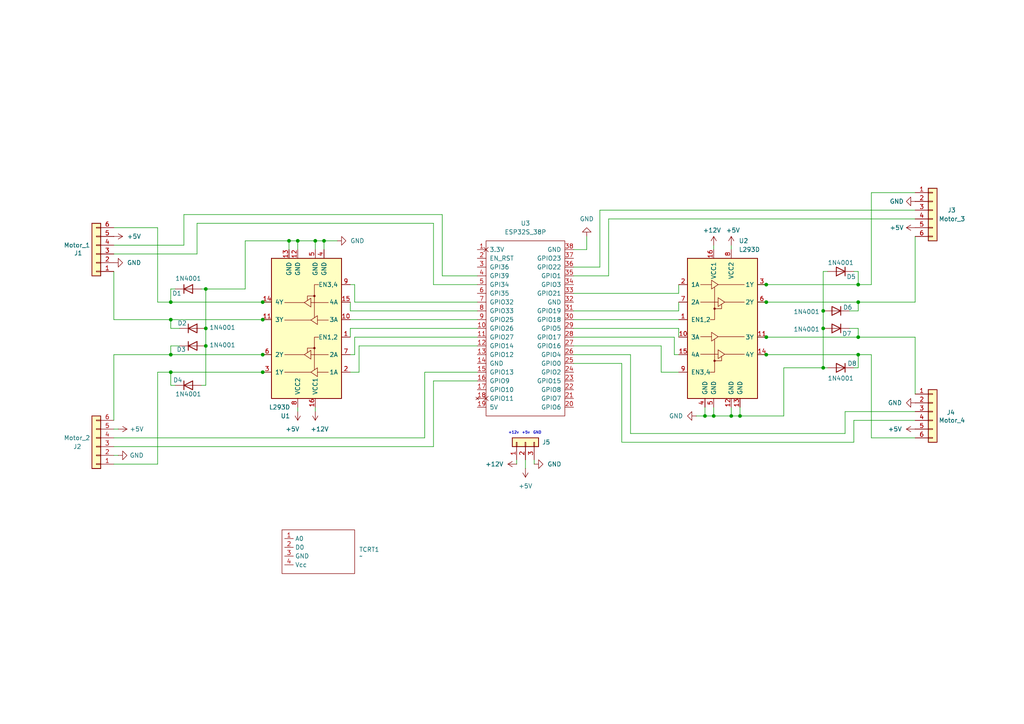
<source format=kicad_sch>
(kicad_sch (version 20250114) (generator "eeschema") (generator_version "9.0")
  (paper "A4")
  (lib_symbols
    (symbol "Connector_Generic:Conn_01x03" (pin_names (offset 1.016) (hide yes))
      (property "Reference" "J" (at 0 5.08 0))
      (property "Value" "Conn_01x03" (at 0 -5.08 0))
      (symbol "Conn_01x03_1_1"
        (rectangle (start -1.27 3.81) (end 1.27 -3.81) (stroke (width 0.254)) (fill (type background)))
        (rectangle (start -1.27 2.667) (end 0 2.413) (stroke (width 0.1524)))
        (rectangle (start -1.27 0.127) (end 0 -0.127) (stroke (width 0.1524)))
        (rectangle (start -1.27 -2.413) (end 0 -2.667) (stroke (width 0.1524)))
        (pin passive line (at -5.08 2.54 0) (length 3.81) (name "Pin_1") (number "1"))
        (pin passive line (at -5.08 0 0) (length 3.81) (name "Pin_2") (number "2"))
        (pin passive line (at -5.08 -2.54 0) (length 3.81) (name "Pin_3") (number "3"))
      )
    )
    (symbol "Connector_Generic:Conn_01x06" (pin_names (offset 1.016) (hide yes))
      (property "Reference" "J" (at 0 7.62 0))
      (property "Value" "Conn_01x06" (at 0 -10.16 0))
      (symbol "Conn_01x06_1_1"
        (rectangle (start -1.27 6.35) (end 1.27 -8.89) (stroke (width 0.254)) (fill (type background)))
        (rectangle (start -1.27 5.207) (end 0 4.953) (stroke (width 0.1524)))
        (rectangle (start -1.27 2.667) (end 0 2.413) (stroke (width 0.1524)))
        (rectangle (start -1.27 0.127) (end 0 -0.127) (stroke (width 0.1524)))
        (rectangle (start -1.27 -2.413) (end 0 -2.667) (stroke (width 0.1524)))
        (rectangle (start -1.27 -4.953) (end 0 -5.207) (stroke (width 0.1524)))
        (rectangle (start -1.27 -7.493) (end 0 -7.747) (stroke (width 0.1524)))
        (pin passive line (at -5.08 5.08 0) (length 3.81) (name "Pin_1") (number "1"))
        (pin passive line (at -5.08 2.54 0) (length 3.81) (name "Pin_2") (number "2"))
        (pin passive line (at -5.08 0 0) (length 3.81) (name "Pin_3") (number "3"))
        (pin passive line (at -5.08 -2.54 0) (length 3.81) (name "Pin_4") (number "4"))
        (pin passive line (at -5.08 -5.08 0) (length 3.81) (name "Pin_5") (number "5"))
        (pin passive line (at -5.08 -7.62 0) (length 3.81) (name "Pin_6") (number "6"))
      )
    )
    (symbol "Diode:1N4001" (pin_numbers (hide yes)) (pin_names (hide yes))
      (property "Reference" "D" (at 0 2.54 0))
      (property "Value" "1N4001" (at 0 -2.54 0))
      (symbol "1N4001_0_1"
        (polyline (pts (xy -1.27 1.27) (xy -1.27 -1.27)) (stroke (width 0.254)))
        (polyline (pts (xy 1.27 1.27) (xy 1.27 -1.27) (xy -1.27 0) (xy 1.27 1.27)) (stroke (width 0.254)))
        (polyline (pts (xy 1.27 0) (xy -1.27 0)))
      )
      (symbol "1N4001_1_1"
        (pin passive line (at -3.81 0 0) (length 2.54) (name "K") (number "1"))
        (pin passive line (at 3.81 0 180) (length 2.54) (name "A") (number "2"))
      )
    )
    (symbol "Driver_Motor:L293D" (pin_names (offset 1.016))
      (property "Reference" "U" (at -5.08 26.035 0))
      (property "Value" "L293D" (at -5.08 24.13 0))
      (symbol "L293D_0_1"
        (rectangle (start -10.16 22.86) (end 10.16 -17.78) (stroke (width 0.254)) (fill (type background)))
        (polyline (pts (xy -6.35 15.24) (xy -3.175 15.24)))
        (polyline (pts (xy -6.35 10.16) (xy -1.27 10.16)))
        (polyline (pts (xy -6.35 0.127) (xy -3.175 0.127)))
        (polyline (pts (xy -6.35 -4.953) (xy -1.27 -4.953)))
        (polyline (pts (xy -3.175 16.51) (xy -3.175 13.97) (xy -1.27 15.24) (xy -3.175 16.51)))
        (polyline (pts (xy -3.175 1.397) (xy -3.175 -1.143) (xy -1.27 0.127) (xy -3.175 1.397)))
        (polyline (pts (xy -2.286 14.478) (xy -2.286 5.08) (xy -3.556 5.08)))
        (circle (center -2.286 8.255) (radius 0.254) (fill (type outline)))
        (polyline (pts (xy -2.286 8.255) (xy -0.254 8.255) (xy -0.254 9.525)))
        (polyline (pts (xy -2.286 -0.635) (xy -2.286 -10.16) (xy -3.556 -10.16)))
        (circle (center -2.286 -6.858) (radius 0.254) (fill (type outline)))
        (polyline (pts (xy -2.286 -6.858) (xy -0.254 -6.858) (xy -0.254 -5.588)))
        (polyline (pts (xy -1.27 15.24) (xy 6.35 15.24)))
        (polyline (pts (xy -1.27 11.43) (xy -1.27 8.89) (xy 0.635 10.16) (xy -1.27 11.43)))
        (polyline (pts (xy -1.27 0.127) (xy 6.35 0.127)))
        (polyline (pts (xy -1.27 -3.683) (xy -1.27 -6.223) (xy 0.635 -4.953) (xy -1.27 -3.683)))
        (polyline (pts (xy 0.635 10.16) (xy 6.35 10.16)))
        (polyline (pts (xy 0.635 -4.953) (xy 6.35 -4.953)))
      )
      (symbol "L293D_1_1"
        (pin input line (at -12.7 15.24 0) (length 2.54) (name "1A") (number "2"))
        (pin input line (at -12.7 10.16 0) (length 2.54) (name "2A") (number "7"))
        (pin input line (at -12.7 5.08 0) (length 2.54) (name "EN1,2") (number "1"))
        (pin input line (at -12.7 0 0) (length 2.54) (name "3A") (number "10"))
        (pin input line (at -12.7 -5.08 0) (length 2.54) (name "4A") (number "15"))
        (pin input line (at -12.7 -10.16 0) (length 2.54) (name "EN3,4") (number "9"))
        (pin power_in line (at -5.08 -20.32 90) (length 2.54) (name "GND") (number "4"))
        (pin power_in line (at -2.54 25.4 270) (length 2.54) (name "VCC1") (number "16"))
        (pin power_in line (at -2.54 -20.32 90) (length 2.54) (name "GND") (number "5"))
        (pin power_in line (at 2.54 25.4 270) (length 2.54) (name "VCC2") (number "8"))
        (pin power_in line (at 2.54 -20.32 90) (length 2.54) (name "GND") (number "12"))
        (pin power_in line (at 5.08 -20.32 90) (length 2.54) (name "GND") (number "13"))
        (pin output line (at 12.7 15.24 180) (length 2.54) (name "1Y") (number "3"))
        (pin output line (at 12.7 10.16 180) (length 2.54) (name "2Y") (number "6"))
        (pin output line (at 12.7 0 180) (length 2.54) (name "3Y") (number "11"))
        (pin output line (at 12.7 -5.08 180) (length 2.54) (name "4Y") (number "14"))
      )
    )
    (symbol "TCRT5000:TCRT5000"
      (property "Reference" "TCRT5000" (at 16.764 -6.35 0))
      (symbol "TCRT5000_0_1"
        (rectangle (start 1.778 0) (end 22.86 -12.7))
      )
      (symbol "TCRT5000_1_1"
        (pin output line (at 2.54 -2.54 0) (length 2.54) (name "A0") (number "1"))
        (pin output line (at 2.54 -5.08 0) (length 2.54) (name "D0") (number "2"))
        (pin input line (at 2.54 -7.62 0) (length 2.54) (name "GND") (number "3"))
        (pin input line (at 2.54 -10.16 0) (length 2.54) (name "Vcc") (number "4"))
      )
    )
    (symbol "mighty_esp32_38_pins-custom_library:esp32_38_pins-custom_library" (pin_names (offset 1.016))
      (property "Reference" "U" (at -1.27 8.89 0))
      (property "Value" "esp32_38_pins-custom_library" (at 12.7 -44.45 0))
      (property "Footprint" "esp32_lora_v2:esp32_devkitv4_38pin" (at 10.16 -45.72 0))
      (property "Datasheet" "https://docs.espressif.com/projects/esp-idf/en/latest/get-started/get-started-devkitc.html" (at 0 0 0))
      (symbol "esp32_38_pins-custom_library_0_1"
        (rectangle (start -2.54 7.62) (end 20.32 -43.18))
      )
      (symbol "esp32_38_pins-custom_library_1_1"
        (pin power_out non_logic (at -5.08 5.08 0) (length 2.54) (name "3.3V") (number "1"))
        (pin bidirectional line (at -5.08 2.54 0) (length 2.54) (name "EN_RST") (number "2"))
        (pin input line (at -5.08 0 0) (length 2.54) (name "GPI36") (number "3"))
        (pin input line (at -5.08 -2.54 0) (length 2.54) (name "GPI39") (number "4"))
        (pin input line (at -5.08 -5.08 0) (length 2.54) (name "GPI34") (number "5"))
        (pin input line (at -5.08 -7.62 0) (length 2.54) (name "GPI35") (number "6"))
        (pin bidirectional line (at -5.08 -10.16 0) (length 2.54) (name "GPIO32") (number "7"))
        (pin bidirectional line (at -5.08 -12.7 0) (length 2.54) (name "GPIO33") (number "8"))
        (pin bidirectional line (at -5.08 -15.24 0) (length 2.54) (name "GPIO25") (number "9"))
        (pin bidirectional line (at -5.08 -17.78 0) (length 2.54) (name "GPIO26") (number "10"))
        (pin bidirectional line (at -5.08 -20.32 0) (length 2.54) (name "GPIO27") (number "11"))
        (pin bidirectional line (at -5.08 -22.86 0) (length 2.54) (name "GPIO14") (number "12"))
        (pin bidirectional line (at -5.08 -25.4 0) (length 2.54) (name "GPIO12") (number "13"))
        (pin power_in line (at -5.08 -27.94 0) (length 2.54) (name "GND") (number "14"))
        (pin bidirectional line (at -5.08 -30.48 0) (length 2.54) (name "GPIO13") (number "15"))
        (pin bidirectional line (at -5.08 -33.02 0) (length 2.54) (name "GPIO9") (number "16"))
        (pin bidirectional line (at -5.08 -35.56 0) (length 2.54) (name "GPIO10") (number "17"))
        (pin no_connect non_logic (at -5.08 -38.1 0) (length 2.54) (name "GPIO11") (number "18"))
        (pin power_in line (at -5.08 -40.64 0) (length 2.54) (name "5V") (number "19"))
        (pin passive line (at 22.86 5.08 180) (length 2.54) (name "GND") (number "38"))
        (pin bidirectional line (at 22.86 2.54 180) (length 2.54) (name "GPIO23") (number "37"))
        (pin bidirectional line (at 22.86 0 180) (length 2.54) (name "GPIO22") (number "36"))
        (pin bidirectional line (at 22.86 -2.54 180) (length 2.54) (name "GPIO1") (number "35"))
        (pin bidirectional line (at 22.86 -5.08 180) (length 2.54) (name "GPIO3") (number "34"))
        (pin bidirectional line (at 22.86 -7.62 180) (length 2.54) (name "GPIO21") (number "33"))
        (pin tri_state line (at 22.86 -10.16 180) (length 2.54) (name "GND") (number "32"))
        (pin bidirectional line (at 22.86 -12.7 180) (length 2.54) (name "GPIO19") (number "31"))
        (pin bidirectional line (at 22.86 -15.24 180) (length 2.54) (name "GPIO18") (number "30"))
        (pin bidirectional line (at 22.86 -17.78 180) (length 2.54) (name "GPIO5") (number "29"))
        (pin bidirectional line (at 22.86 -20.32 180) (length 2.54) (name "GPIO17") (number "28"))
        (pin bidirectional line (at 22.86 -22.86 180) (length 2.54) (name "GPIO16") (number "27"))
        (pin bidirectional line (at 22.86 -25.4 180) (length 2.54) (name "GPIO4") (number "26"))
        (pin bidirectional line (at 22.86 -27.94 180) (length 2.54) (name "GPIO0") (number "25"))
        (pin bidirectional line (at 22.86 -30.48 180) (length 2.54) (name "GPIO2") (number "24"))
        (pin bidirectional line (at 22.86 -33.02 180) (length 2.54) (name "GPIO15") (number "23"))
        (pin bidirectional line (at 22.86 -35.56 180) (length 2.54) (name "GPIO8") (number "22"))
        (pin bidirectional line (at 22.86 -38.1 180) (length 2.54) (name "GPIO7") (number "21"))
        (pin bidirectional line (at 22.86 -40.64 180) (length 2.54) (name "GPIO6") (number "20"))
      )
    )
    (symbol "power:+12V" (power) (pin_numbers (hide yes)) (pin_names (offset 0) (hide yes))
      (property "Value" "+12V" (at 0 3.556 0))
      (symbol "+12V_0_1"
        (polyline (pts (xy -0.762 1.27) (xy 0 2.54)))
        (polyline (pts (xy 0 2.54) (xy 0.762 1.27)))
        (polyline (pts (xy 0 0) (xy 0 2.54)))
      )
      (symbol "+12V_1_1"
        (pin power_in line (at 0 0 90) (length 0) (name "~") (number "1"))
      )
    )
    (symbol "power:+5V" (power) (pin_numbers (hide yes)) (pin_names (offset 0) (hide yes))
      (property "Value" "+5V" (at 0 3.556 0))
      (symbol "+5V_0_1"
        (polyline (pts (xy -0.762 1.27) (xy 0 2.54)))
        (polyline (pts (xy 0 2.54) (xy 0.762 1.27)))
        (polyline (pts (xy 0 0) (xy 0 2.54)))
      )
      (symbol "+5V_1_1"
        (pin power_in line (at 0 0 90) (length 0) (name "~") (number "1"))
      )
    )
    (symbol "power:GND" (power) (pin_numbers (hide yes)) (pin_names (offset 0) (hide yes))
      (property "Value" "GND" (at 0 -3.81 0))
      (symbol "GND_0_1"
        (polyline (pts (xy 0 0) (xy 0 -1.27) (xy 1.27 -1.27) (xy 0 -2.54) (xy -1.27 -1.27) (xy 0 -1.27)))
      )
      (symbol "GND_1_1"
        (pin power_in line (at 0 0 270) (length 0) (name "~") (number "1"))
      )
    )
  )
  (text "+12v\n" (at 148.971 125.603 0) (effects (font (size 0.762 0.762))))
  (text "GND" (at 155.829 125.603 0) (effects (font (size 0.762 0.762))))
  (text "+5v\n" (at 152.527 125.603 0) (effects (font (size 0.762 0.762))))
  (junction (at 83.82 69.85))
  (junction (at 49.53 107.95))
  (junction (at 91.44 69.85))
  (junction (at 93.98 69.85))
  (junction (at 59.69 83.82))
  (junction (at 212.09 120.65))
  (junction (at 238.76 90.17))
  (junction (at 59.69 100.33))
  (junction (at 248.92 102.87))
  (junction (at 248.92 87.63))
  (junction (at 222.25 82.55))
  (junction (at 248.92 82.55))
  (junction (at 49.53 87.63))
  (junction (at 222.25 97.79))
  (junction (at 76.2 107.95))
  (junction (at 86.36 69.85))
  (junction (at 207.01 120.65))
  (junction (at 59.69 95.25))
  (junction (at 222.25 102.87))
  (junction (at 76.2 92.71))
  (junction (at 238.76 95.25))
  (junction (at 222.25 87.63))
  (junction (at 76.2 102.87))
  (junction (at 238.76 106.68))
  (junction (at 49.53 102.87))
  (junction (at 76.2 87.63))
  (junction (at 204.47 120.65))
  (junction (at 214.63 120.65))
  (junction (at 248.92 97.79))
  (junction (at 49.53 92.71))
  (wire (pts (xy 33.02 102.87) (xy 33.02 121.92)))
  (wire (pts (xy 49.53 102.87) (xy 33.02 102.87)))
  (wire (pts (xy 101.6 95.25) (xy 138.43 95.25)))
  (wire (pts (xy 76.2 87.63) (xy 49.53 87.63)))
  (wire (pts (xy 149.86 133.35) (xy 149.86 134.62)))
  (wire (pts (xy 49.53 107.95) (xy 45.72 107.95)))
  (wire (pts (xy 78.74 87.63) (xy 76.2 87.63)))
  (wire (pts (xy 212.09 118.11) (xy 212.09 120.65)))
  (wire (pts (xy 246.38 90.17) (xy 248.92 90.17)))
  (wire (pts (xy 265.43 60.96) (xy 173.99 60.96)))
  (wire (pts (xy 252.73 127) (xy 265.43 127)))
  (wire (pts (xy 125.73 129.54) (xy 125.73 110.49)))
  (wire (pts (xy 214.63 120.65) (xy 214.63 118.11)))
  (wire (pts (xy 207.01 120.65) (xy 212.09 120.65)))
  (wire (pts (xy 102.87 102.87) (xy 102.87 97.79)))
  (wire (pts (xy 59.69 111.76) (xy 59.69 100.33)))
  (wire (pts (xy 166.37 102.87) (xy 182.88 102.87)))
  (wire (pts (xy 201.93 120.65) (xy 204.47 120.65)))
  (wire (pts (xy 196.85 102.87) (xy 195.58 102.87)))
  (wire (pts (xy 248.92 82.55) (xy 252.73 82.55)))
  (wire (pts (xy 222.25 87.63) (xy 248.92 87.63)))
  (wire (pts (xy 222.25 82.55) (xy 248.92 82.55)))
  (wire (pts (xy 128.27 62.23) (xy 128.27 80.01)))
  (wire (pts (xy 102.87 87.63) (xy 138.43 87.63)))
  (wire (pts (xy 166.37 92.71) (xy 196.85 92.71)))
  (wire (pts (xy 91.44 72.39) (xy 91.44 69.85)))
  (wire (pts (xy 101.6 82.55) (xy 102.87 82.55)))
  (wire (pts (xy 33.02 92.71) (xy 33.02 78.74)))
  (wire (pts (xy 50.8 111.76) (xy 49.53 111.76)))
  (wire (pts (xy 247.65 78.74) (xy 248.92 78.74)))
  (wire (pts (xy 182.88 102.87) (xy 182.88 125.73)))
  (wire (pts (xy 227.33 106.68) (xy 238.76 106.68)))
  (wire (pts (xy 83.82 69.85) (xy 71.12 69.85)))
  (wire (pts (xy 204.47 120.65) (xy 207.01 120.65)))
  (wire (pts (xy 207.01 71.12) (xy 207.01 72.39)))
  (wire (pts (xy 248.92 102.87) (xy 252.73 102.87)))
  (wire (pts (xy 196.85 95.25) (xy 166.37 95.25)))
  (wire (pts (xy 238.76 78.74) (xy 238.76 90.17)))
  (wire (pts (xy 76.2 107.95) (xy 49.53 107.95)))
  (wire (pts (xy 252.73 55.88) (xy 265.43 55.88)))
  (wire (pts (xy 252.73 82.55) (xy 252.73 55.88)))
  (wire (pts (xy 52.07 100.33) (xy 49.53 100.33)))
  (wire (pts (xy 101.6 87.63) (xy 101.6 90.17)))
  (wire (pts (xy 191.77 107.95) (xy 196.85 107.95)))
  (wire (pts (xy 33.02 127) (xy 123.19 127)))
  (wire (pts (xy 196.85 90.17) (xy 166.37 90.17)))
  (wire (pts (xy 196.85 87.63) (xy 196.85 90.17)))
  (wire (pts (xy 78.74 107.95) (xy 76.2 107.95)))
  (wire (pts (xy 248.92 97.79) (xy 265.43 97.79)))
  (wire (pts (xy 49.53 87.63) (xy 45.72 87.63)))
  (wire (pts (xy 59.69 95.25) (xy 59.69 83.82)))
  (wire (pts (xy 166.37 85.09) (xy 196.85 85.09)))
  (wire (pts (xy 93.98 72.39) (xy 93.98 69.85)))
  (wire (pts (xy 212.09 120.65) (xy 214.63 120.65)))
  (wire (pts (xy 214.63 120.65) (xy 227.33 120.65)))
  (wire (pts (xy 101.6 92.71) (xy 138.43 92.71)))
  (wire (pts (xy 86.36 69.85) (xy 83.82 69.85)))
  (wire (pts (xy 104.14 100.33) (xy 138.43 100.33)))
  (wire (pts (xy 125.73 64.77) (xy 125.73 82.55)))
  (wire (pts (xy 52.07 95.25) (xy 49.53 95.25)))
  (wire (pts (xy 33.02 73.66) (xy 57.15 73.66)))
  (wire (pts (xy 76.2 92.71) (xy 49.53 92.71)))
  (wire (pts (xy 49.53 95.25) (xy 49.53 92.71)))
  (wire (pts (xy 53.34 71.12) (xy 53.34 62.23)))
  (wire (pts (xy 91.44 69.85) (xy 86.36 69.85)))
  (wire (pts (xy 227.33 106.68) (xy 227.33 120.65)))
  (wire (pts (xy 33.02 71.12) (xy 53.34 71.12)))
  (wire (pts (xy 123.19 127) (xy 123.19 107.95)))
  (wire (pts (xy 125.73 110.49) (xy 138.43 110.49)))
  (wire (pts (xy 45.72 134.62) (xy 33.02 134.62)))
  (wire (pts (xy 222.25 97.79) (xy 248.92 97.79)))
  (wire (pts (xy 86.36 118.11) (xy 86.36 119.38)))
  (wire (pts (xy 57.15 64.77) (xy 125.73 64.77)))
  (wire (pts (xy 49.53 92.71) (xy 33.02 92.71)))
  (wire (pts (xy 245.11 119.38) (xy 265.43 119.38)))
  (wire (pts (xy 71.12 83.82) (xy 71.12 69.85)))
  (wire (pts (xy 180.34 105.41) (xy 166.37 105.41)))
  (wire (pts (xy 33.02 129.54) (xy 125.73 129.54)))
  (wire (pts (xy 238.76 90.17) (xy 238.76 95.25)))
  (wire (pts (xy 53.34 62.23) (xy 128.27 62.23)))
  (wire (pts (xy 247.65 128.27) (xy 180.34 128.27)))
  (wire (pts (xy 222.25 102.87) (xy 248.92 102.87)))
  (wire (pts (xy 101.6 107.95) (xy 104.14 107.95)))
  (wire (pts (xy 166.37 100.33) (xy 191.77 100.33)))
  (wire (pts (xy 76.2 102.87) (xy 49.53 102.87)))
  (wire (pts (xy 101.6 102.87) (xy 102.87 102.87)))
  (wire (pts (xy 125.73 82.55) (xy 138.43 82.55)))
  (wire (pts (xy 45.72 87.63) (xy 45.72 66.04)))
  (wire (pts (xy 204.47 118.11) (xy 204.47 120.65)))
  (wire (pts (xy 238.76 95.25) (xy 238.76 106.68)))
  (wire (pts (xy 45.72 107.95) (xy 45.72 134.62)))
  (wire (pts (xy 248.92 90.17) (xy 248.92 87.63)))
  (wire (pts (xy 83.82 69.85) (xy 83.82 72.39)))
  (wire (pts (xy 49.53 111.76) (xy 49.53 107.95)))
  (wire (pts (xy 238.76 78.74) (xy 240.03 78.74)))
  (wire (pts (xy 101.6 90.17) (xy 138.43 90.17)))
  (wire (pts (xy 247.65 121.92) (xy 247.65 128.27)))
  (wire (pts (xy 170.18 72.39) (xy 166.37 72.39)))
  (wire (pts (xy 265.43 97.79) (xy 265.43 114.3)))
  (wire (pts (xy 49.53 100.33) (xy 49.53 102.87)))
  (wire (pts (xy 152.4 135.89) (xy 152.4 133.35)))
  (wire (pts (xy 101.6 97.79) (xy 101.6 95.25)))
  (wire (pts (xy 50.8 83.82) (xy 49.53 83.82)))
  (wire (pts (xy 93.98 69.85) (xy 91.44 69.85)))
  (wire (pts (xy 59.69 111.76) (xy 58.42 111.76)))
  (wire (pts (xy 248.92 95.25) (xy 248.92 97.79)))
  (wire (pts (xy 102.87 97.79) (xy 138.43 97.79)))
  (wire (pts (xy 78.74 92.71) (xy 76.2 92.71)))
  (wire (pts (xy 247.65 106.68) (xy 248.92 106.68)))
  (wire (pts (xy 248.92 106.68) (xy 248.92 102.87)))
  (wire (pts (xy 219.71 102.87) (xy 222.25 102.87)))
  (wire (pts (xy 173.99 60.96) (xy 173.99 77.47)))
  (wire (pts (xy 246.38 95.25) (xy 248.92 95.25)))
  (wire (pts (xy 212.09 71.12) (xy 212.09 72.39)))
  (wire (pts (xy 123.19 107.95) (xy 138.43 107.95)))
  (wire (pts (xy 71.12 83.82) (xy 59.69 83.82)))
  (wire (pts (xy 128.27 80.01) (xy 138.43 80.01)))
  (wire (pts (xy 191.77 100.33) (xy 191.77 107.95)))
  (wire (pts (xy 245.11 125.73) (xy 245.11 119.38)))
  (wire (pts (xy 173.99 77.47) (xy 166.37 77.47)))
  (wire (pts (xy 102.87 82.55) (xy 102.87 87.63)))
  (wire (pts (xy 195.58 102.87) (xy 195.58 97.79)))
  (wire (pts (xy 240.03 106.68) (xy 238.76 106.68)))
  (wire (pts (xy 45.72 66.04) (xy 33.02 66.04)))
  (wire (pts (xy 33.02 124.46) (xy 34.29 124.46)))
  (wire (pts (xy 196.85 85.09) (xy 196.85 82.55)))
  (wire (pts (xy 252.73 102.87) (xy 252.73 127)))
  (wire (pts (xy 219.71 82.55) (xy 222.25 82.55)))
  (wire (pts (xy 182.88 125.73) (xy 245.11 125.73)))
  (wire (pts (xy 176.53 80.01) (xy 166.37 80.01)))
  (wire (pts (xy 97.79 69.85) (xy 93.98 69.85)))
  (wire (pts (xy 57.15 73.66) (xy 57.15 64.77)))
  (wire (pts (xy 58.42 83.82) (xy 59.69 83.82)))
  (wire (pts (xy 265.43 121.92) (xy 247.65 121.92)))
  (wire (pts (xy 86.36 72.39) (xy 86.36 69.85)))
  (wire (pts (xy 170.18 68.58) (xy 170.18 72.39)))
  (wire (pts (xy 59.69 100.33) (xy 59.69 95.25)))
  (wire (pts (xy 207.01 118.11) (xy 207.01 120.65)))
  (wire (pts (xy 219.71 97.79) (xy 222.25 97.79)))
  (wire (pts (xy 196.85 97.79) (xy 196.85 95.25)))
  (wire (pts (xy 248.92 78.74) (xy 248.92 82.55)))
  (wire (pts (xy 154.94 134.62) (xy 154.94 133.35)))
  (wire (pts (xy 219.71 87.63) (xy 222.25 87.63)))
  (wire (pts (xy 195.58 97.79) (xy 166.37 97.79)))
  (wire (pts (xy 248.92 87.63) (xy 265.43 87.63)))
  (wire (pts (xy 33.02 132.08) (xy 34.29 132.08)))
  (wire (pts (xy 265.43 63.5) (xy 176.53 63.5)))
  (wire (pts (xy 91.44 118.11) (xy 91.44 119.38)))
  (wire (pts (xy 49.53 83.82) (xy 49.53 87.63)))
  (wire (pts (xy 104.14 107.95) (xy 104.14 100.33)))
  (wire (pts (xy 180.34 128.27) (xy 180.34 105.41)))
  (wire (pts (xy 176.53 63.5) (xy 176.53 80.01)))
  (wire (pts (xy 265.43 87.63) (xy 265.43 68.58)))
  (wire (pts (xy 78.74 102.87) (xy 76.2 102.87)))
  (symbol (lib_id "Diode:1N4001") (at 243.84 106.68 180) (unit 1)
    (property "Reference" "D8" (at 247.142 105.41 0))
    (property "Value" "1N4001" (at 243.84 109.728 0))
    (property "Footprint" "Diode_THT:D_DO-41_SOD81_P10.16mm_Horizontal" (effects (hide yes)))
    (property "Datasheet" "http://www.vishay.com/docs/88503/1n4001.pdf" (effects (hide yes)))
    (property "Description" "50V 1A General Purpose Rectifier Diode, DO-41" (effects (hide yes)))
    (property "Sim.Device" "D" (effects (hide yes)))
    (property "Sim.Pins" "1=K 2=A" (effects (hide yes)))
  )
  (symbol (lib_id "power:+12V") (at 207.01 71.12 0) (unit 1)
    (property "Reference" "#PWR018" (effects (hide yes)))
    (property "Value" "+12V" (at 206.502 66.802 0))
    (property "Description" "Power symbol creates a global label with name \"+12V\"" (effects (hide yes)))
  )
  (symbol (lib_id "Connector_Generic:Conn_01x03") (at 152.4 128.27 90) (unit 1)
    (property "Reference" "J5" (at 157.226 128.27 90) (effects (justify right)))
    (property "Value" "Conn_01x03" (effects (hide yes)))
    (property "Footprint" "Connector_JST:JST_EH_S3B-EH_1x03_P2.50mm_Horizontal" (effects (hide yes)))
    (property "Description" "Generic connector, single row, 01x03, script generated (kicad-library-utils/schlib/autogen/connector/)" (effects (hide yes)))
  )
  (symbol (lib_id "Diode:1N4001") (at 242.57 90.17 180) (unit 1)
    (property "Reference" "D6" (at 245.872 89.154 0))
    (property "Value" "1N4001" (at 233.934 90.424 0))
    (property "Footprint" "Diode_THT:D_DO-41_SOD81_P10.16mm_Horizontal" (effects (hide yes)))
    (property "Datasheet" "http://www.vishay.com/docs/88503/1n4001.pdf" (effects (hide yes)))
    (property "Description" "50V 1A General Purpose Rectifier Diode, DO-41" (effects (hide yes)))
    (property "Sim.Device" "D" (effects (hide yes)))
    (property "Sim.Pins" "1=K 2=A" (effects (hide yes)))
  )
  (symbol (lib_id "Diode:1N4001") (at 55.88 100.33 0) (unit 1)
    (property "Reference" "D3" (at 52.578 101.346 0))
    (property "Value" "1N4001" (at 64.516 100.076 0))
    (property "Footprint" "Diode_THT:D_DO-41_SOD81_P10.16mm_Horizontal" (effects (hide yes)))
    (property "Datasheet" "http://www.vishay.com/docs/88503/1n4001.pdf" (effects (hide yes)))
    (property "Description" "50V 1A General Purpose Rectifier Diode, DO-41" (effects (hide yes)))
    (property "Sim.Device" "D" (effects (hide yes)))
    (property "Sim.Pins" "1=K 2=A" (effects (hide yes)))
  )
  (symbol (lib_id "power:+12V") (at 91.44 119.38 180) (unit 1)
    (property "Reference" "#PWR014" (effects (hide yes)))
    (property "Value" "+12V" (at 92.71 124.46 0))
    (property "Description" "Power symbol creates a global label with name \"+12V\"" (effects (hide yes)))
  )
  (symbol (lib_id "power:+12V") (at 149.86 134.62 90) (unit 1)
    (property "Reference" "#PWR017" (effects (hide yes)))
    (property "Value" "+12V" (at 146.05 134.6201 90) (effects (justify left)))
    (property "Description" "Power symbol creates a global label with name \"+12V\"" (effects (hide yes)))
  )
  (symbol (lib_id "Connector_Generic:Conn_01x06") (at 27.94 129.54 180) (unit 1)
    (property "Reference" "J2" (at 23.622 129.54 0) (effects (justify left)))
    (property "Value" "Motor_2" (at 26.162 127.0001 0) (effects (justify left)))
    (property "Footprint" "Connector_JST:JST_EH_B6B-EH-A_1x06_P2.50mm_Vertical" (effects (hide yes)))
    (property "Description" "Generic connector, single row, 01x06, script generated (kicad-library-utils/schlib/autogen/connector/)" (effects (hide yes)))
  )
  (symbol (lib_id "Connector_Generic:Conn_01x06") (at 27.94 73.66 180) (unit 1)
    (property "Reference" "J1" (at 23.876 73.406 0) (effects (justify left)))
    (property "Value" "Motor_1" (at 26.162 71.12 0) (effects (justify left)))
    (property "Footprint" "Connector_JST:JST_EH_B6B-EH-A_1x06_P2.50mm_Vertical" (effects (hide yes)))
    (property "Description" "Generic connector, single row, 01x06, script generated (kicad-library-utils/schlib/autogen/connector/)" (effects (hide yes)))
  )
  (symbol (lib_id "power:GND") (at 154.94 134.62 90) (unit 1)
    (property "Reference" "#PWR012" (effects (hide yes)))
    (property "Value" "GND" (at 158.75 134.6201 90) (effects (justify right)))
    (property "Description" "Power symbol creates a global label with name \"GND\" , ground" (effects (hide yes)))
  )
  (symbol (lib_id "mighty_esp32_38_pins-custom_library:esp32_38_pins-custom_library") (at 143.51 77.47 0) (unit 1)
    (property "Reference" "U3" (at 152.4 64.77 0))
    (property "Value" "ESP32S_38P" (at 152.4 67.31 0))
    (property "Footprint" "ESP32S_38P:ESP32S_38P" (effects (hide yes)))
  )
  (symbol (lib_id "power:+5V") (at 265.43 124.46 90) (unit 1)
    (property "Reference" "#PWR011" (effects (hide yes)))
    (property "Value" "+5V" (at 261.62 124.4599 90) (effects (justify left)))
    (property "Description" "Power symbol creates a global label with name \"+5V\"" (effects (hide yes)))
  )
  (symbol (lib_id "power:+5V") (at 212.09 71.12 0) (unit 1)
    (property "Reference" "#PWR015" (effects (hide yes)))
    (property "Value" "+5V" (at 212.598 66.802 0))
    (property "Description" "Power symbol creates a global label with name \"+5V\"" (effects (hide yes)))
  )
  (symbol (lib_id "power:+5V") (at 265.43 66.04 90) (unit 1)
    (property "Reference" "#PWR09" (effects (hide yes)))
    (property "Value" "+5V" (at 262.128 66.04 90) (effects (justify left)))
    (property "Description" "Power symbol creates a global label with name \"+5V\"" (effects (hide yes)))
  )
  (symbol (lib_id "Diode:1N4001") (at 242.57 95.25 180) (unit 1)
    (property "Reference" "D7" (at 245.618 96.774 0))
    (property "Value" "1N4001" (at 233.934 95.504 0))
    (property "Footprint" "Diode_THT:D_DO-41_SOD81_P10.16mm_Horizontal" (effects (hide yes)))
    (property "Datasheet" "http://www.vishay.com/docs/88503/1n4001.pdf" (effects (hide yes)))
    (property "Description" "50V 1A General Purpose Rectifier Diode, DO-41" (effects (hide yes)))
    (property "Sim.Device" "D" (effects (hide yes)))
    (property "Sim.Pins" "1=K 2=A" (effects (hide yes)))
  )
  (symbol (lib_id "power:GND") (at 265.43 58.42 270) (unit 1)
    (property "Reference" "#PWR08" (effects (hide yes)))
    (property "Value" "GND" (at 262.128 58.42 90) (effects (justify right)))
    (property "Description" "Power symbol creates a global label with name \"GND\" , ground" (effects (hide yes)))
  )
  (symbol (lib_id "Diode:1N4001") (at 243.84 78.74 180) (unit 1)
    (property "Reference" "D5" (at 246.888 80.264 0))
    (property "Value" "1N4001" (at 243.84 76.2 0))
    (property "Footprint" "Diode_THT:D_DO-41_SOD81_P10.16mm_Horizontal" (effects (hide yes)))
    (property "Datasheet" "http://www.vishay.com/docs/88503/1n4001.pdf" (effects (hide yes)))
    (property "Description" "50V 1A General Purpose Rectifier Diode, DO-41" (effects (hide yes)))
    (property "Sim.Device" "D" (effects (hide yes)))
    (property "Sim.Pins" "1=K 2=A" (effects (hide yes)))
  )
  (symbol (lib_id "power:+5V") (at 34.29 124.46 270) (unit 1)
    (property "Reference" "#PWR05" (effects (hide yes)))
    (property "Value" "+5V" (at 37.592 124.46 90) (effects (justify left)))
    (property "Description" "Power symbol creates a global label with name \"+5V\"" (effects (hide yes)))
  )
  (symbol (lib_id "Connector_Generic:Conn_01x06") (at 270.51 119.38 0) (unit 1)
    (property "Reference" "J4" (at 274.574 119.634 0) (effects (justify left)))
    (property "Value" "Motor_4" (at 272.288 121.92 0) (effects (justify left)))
    (property "Footprint" "Connector_JST:JST_EH_B6B-EH-A_1x06_P2.50mm_Vertical" (effects (hide yes)))
    (property "Description" "Generic connector, single row, 01x06, script generated (kicad-library-utils/schlib/autogen/connector/)" (effects (hide yes)))
  )
  (symbol (lib_id "power:GND") (at 97.79 69.85 90) (unit 1)
    (property "Reference" "#PWR01" (effects (hide yes)))
    (property "Value" "GND" (at 101.6 69.8499 90) (effects (justify right)))
    (property "Description" "Power symbol creates a global label with name \"GND\" , ground" (effects (hide yes)))
  )
  (symbol (lib_id "power:GND") (at 265.43 116.84 270) (unit 1)
    (property "Reference" "#PWR010" (effects (hide yes)))
    (property "Value" "GND" (at 261.62 116.8399 90) (effects (justify right)))
    (property "Description" "Power symbol creates a global label with name \"GND\" , ground" (effects (hide yes)))
  )
  (symbol (lib_id "power:+5V") (at 86.36 119.38 180) (unit 1)
    (property "Reference" "#PWR013" (effects (hide yes)))
    (property "Value" "+5V" (at 84.836 124.46 0))
    (property "Description" "Power symbol creates a global label with name \"+5V\"" (effects (hide yes)))
  )
  (symbol (lib_id "Driver_Motor:L293D") (at 88.9 92.71 180) (unit 1)
    (property "Reference" "U1" (at 84.1659 120.65 0) (effects (justify left)))
    (property "Value" "L293D" (at 84.1659 118.11 0) (effects (justify left)))
    (property "Footprint" "Package_DIP:DIP-16_W7.62mm" (effects (hide yes)))
    (property "Datasheet" "http://www.ti.com/lit/ds/symlink/l293.pdf" (effects (hide yes)))
    (property "Description" "Quadruple Half-H Drivers" (effects (hide yes)))
  )
  (symbol (lib_id "power:GND") (at 33.02 76.2 90) (unit 1)
    (property "Reference" "#PWR06" (effects (hide yes)))
    (property "Value" "GND" (at 36.83 76.2001 90) (effects (justify right)))
    (property "Description" "Power symbol creates a global label with name \"GND\" , ground" (effects (hide yes)))
  )
  (symbol (lib_id "Connector_Generic:Conn_01x06") (at 270.51 60.96 0) (unit 1)
    (property "Reference" "J3" (at 274.828 60.96 0) (effects (justify left)))
    (property "Value" "Motor_3" (at 272.288 63.4999 0) (effects (justify left)))
    (property "Footprint" "Connector_JST:JST_EH_B6B-EH-A_1x06_P2.50mm_Vertical" (effects (hide yes)))
    (property "Description" "Generic connector, single row, 01x06, script generated (kicad-library-utils/schlib/autogen/connector/)" (effects (hide yes)))
  )
  (symbol (lib_id "Diode:1N4001") (at 55.88 95.25 0) (unit 1)
    (property "Reference" "D2" (at 52.832 93.726 0))
    (property "Value" "1N4001" (at 64.516 94.996 0))
    (property "Footprint" "Diode_THT:D_DO-41_SOD81_P10.16mm_Horizontal" (effects (hide yes)))
    (property "Datasheet" "http://www.vishay.com/docs/88503/1n4001.pdf" (effects (hide yes)))
    (property "Description" "50V 1A General Purpose Rectifier Diode, DO-41" (effects (hide yes)))
    (property "Sim.Device" "D" (effects (hide yes)))
    (property "Sim.Pins" "1=K 2=A" (effects (hide yes)))
  )
  (symbol (lib_id "power:GND") (at 170.18 68.58 180) (unit 1)
    (property "Reference" "#PWR03" (effects (hide yes)))
    (property "Value" "GND" (at 170.18 63.5 0))
    (property "Description" "Power symbol creates a global label with name \"GND\" , ground" (effects (hide yes)))
  )
  (symbol (lib_id "power:+5V") (at 33.02 68.58 270) (unit 1)
    (property "Reference" "#PWR07" (effects (hide yes)))
    (property "Value" "+5V" (at 36.83 68.5801 90) (effects (justify left)))
    (property "Description" "Power symbol creates a global label with name \"+5V\"" (effects (hide yes)))
  )
  (symbol (lib_id "power:GND") (at 34.29 132.08 90) (unit 1)
    (property "Reference" "#PWR04" (effects (hide yes)))
    (property "Value" "GND" (at 37.592 132.08 90) (effects (justify right)))
    (property "Description" "Power symbol creates a global label with name \"GND\" , ground" (effects (hide yes)))
  )
  (symbol (lib_id "Driver_Motor:L293D") (at 209.55 97.79 0) (unit 1)
    (property "Reference" "U2" (at 214.2841 69.85 0) (effects (justify left)))
    (property "Value" "L293D" (at 214.2841 72.39 0) (effects (justify left)))
    (property "Footprint" "Package_DIP:DIP-16_W7.62mm" (effects (hide yes)))
    (property "Datasheet" "http://www.ti.com/lit/ds/symlink/l293.pdf" (effects (hide yes)))
    (property "Description" "Quadruple Half-H Drivers" (effects (hide yes)))
  )
  (symbol (lib_id "TCRT5000:TCRT5000") (at 80.01 153.67 0) (unit 1)
    (property "Reference" "TCRT1" (at 104.14 159.3849 0) (effects (justify left)))
    (property "Value" "~" (at 104.14 161.29 0) (effects (justify left)))
    (property "Footprint" "TCRT5000:TCRT5000" (effects (hide yes)))
  )
  (symbol (lib_id "power:GND") (at 201.93 120.65 270) (unit 1)
    (property "Reference" "#PWR02" (effects (hide yes)))
    (property "Value" "GND" (at 198.12 120.6499 90) (effects (justify right)))
    (property "Description" "Power symbol creates a global label with name \"GND\" , ground" (effects (hide yes)))
  )
  (symbol (lib_id "Diode:1N4001") (at 54.61 83.82 0) (unit 1)
    (property "Reference" "D1" (at 51.308 85.09 0))
    (property "Value" "1N4001" (at 54.61 80.772 0))
    (property "Footprint" "Diode_THT:D_DO-41_SOD81_P10.16mm_Horizontal" (effects (hide yes)))
    (property "Datasheet" "http://www.vishay.com/docs/88503/1n4001.pdf" (effects (hide yes)))
    (property "Description" "50V 1A General Purpose Rectifier Diode, DO-41" (effects (hide yes)))
    (property "Sim.Device" "D" (effects (hide yes)))
    (property "Sim.Pins" "1=K 2=A" (effects (hide yes)))
  )
  (symbol (lib_id "Diode:1N4001") (at 54.61 111.76 0) (unit 1)
    (property "Reference" "D4" (at 51.562 110.236 0))
    (property "Value" "1N4001" (at 54.61 114.3 0))
    (property "Footprint" "Diode_THT:D_DO-41_SOD81_P10.16mm_Horizontal" (effects (hide yes)))
    (property "Datasheet" "http://www.vishay.com/docs/88503/1n4001.pdf" (effects (hide yes)))
    (property "Description" "50V 1A General Purpose Rectifier Diode, DO-41" (effects (hide yes)))
    (property "Sim.Device" "D" (effects (hide yes)))
    (property "Sim.Pins" "1=K 2=A" (effects (hide yes)))
  )
  (symbol (lib_id "power:+5V") (at 152.4 135.89 180) (unit 1)
    (property "Reference" "#PWR016" (effects (hide yes)))
    (property "Value" "+5V" (at 152.4 140.97 0))
    (property "Description" "Power symbol creates a global label with name \"+5V\"" (effects (hide yes)))
  )
)
</source>
